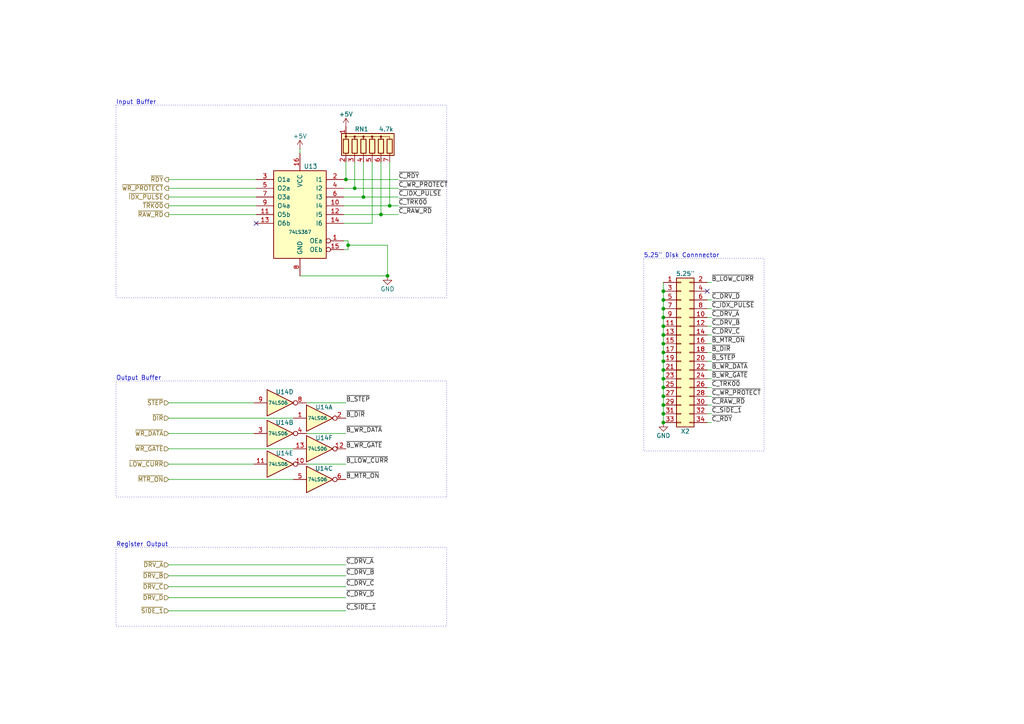
<source format=kicad_sch>
(kicad_sch (version 20250114) (generator "eeschema") (generator_version "9.0")
  (paper "A4")
  (title_block (title "Sorcerer Dream Disk") (date "2025-05-04") (rev "1.1") (company "Marcel Erz (RetroStack), John Halkiadakis, Michael Borthwick (Exidyboy)") (comment 2 "Buffers and connector for Disk Connection") (comment 4 "Disk Connector"))
  (lib_symbols
    (symbol "+5V_5" (power) (pin_numbers (hide yes)) (pin_names (offset 0) (hide yes))
      (property "Value" "+5V" (at 0 3.556 0))
      (symbol "+5V_5_0_1"
        (polyline (pts (xy -0.762 1.27) (xy 0 2.54)))
        (polyline (pts (xy 0 2.54) (xy 0.762 1.27)))
        (polyline (pts (xy 0 0) (xy 0 2.54)))
      )
      (symbol "+5V_5_1_1"
        (pin power_in line (at 0 0 90) (length 0) (name "~") (number "1"))
      )
    )
    (symbol "74xx:74LS06" (pin_names (offset 1.016))
      (property "Reference" "U" (at 0 1.27 0))
      (property "Value" "74LS06" (at 0 -1.27 0))
      (symbol "74LS06_1_0"
        (polyline (pts (xy -3.81 3.81) (xy -3.81 -3.81) (xy 3.81 0) (xy -3.81 3.81)) (stroke (width 0.254)) (fill (type background)))
        (pin input line (at -7.62 0 0) (length 3.81) (name "~") (number "1"))
        (pin open_collector inverted (at 7.62 0 180) (length 3.81) (name "~") (number "2"))
      )
      (symbol "74LS06_2_0"
        (polyline (pts (xy -3.81 3.81) (xy -3.81 -3.81) (xy 3.81 0) (xy -3.81 3.81)) (stroke (width 0.254)) (fill (type background)))
        (pin input line (at -7.62 0 0) (length 3.81) (name "~") (number "3"))
        (pin open_collector inverted (at 7.62 0 180) (length 3.81) (name "~") (number "4"))
      )
      (symbol "74LS06_3_0"
        (polyline (pts (xy -3.81 3.81) (xy -3.81 -3.81) (xy 3.81 0) (xy -3.81 3.81)) (stroke (width 0.254)) (fill (type background)))
        (pin input line (at -7.62 0 0) (length 3.81) (name "~") (number "5"))
        (pin open_collector inverted (at 7.62 0 180) (length 3.81) (name "~") (number "6"))
      )
      (symbol "74LS06_4_0"
        (polyline (pts (xy -3.81 3.81) (xy -3.81 -3.81) (xy 3.81 0) (xy -3.81 3.81)) (stroke (width 0.254)) (fill (type background)))
        (pin input line (at -7.62 0 0) (length 3.81) (name "~") (number "9"))
        (pin open_collector inverted (at 7.62 0 180) (length 3.81) (name "~") (number "8"))
      )
      (symbol "74LS06_5_0"
        (polyline (pts (xy -3.81 3.81) (xy -3.81 -3.81) (xy 3.81 0) (xy -3.81 3.81)) (stroke (width 0.254)) (fill (type background)))
        (pin input line (at -7.62 0 0) (length 3.81) (name "~") (number "11"))
        (pin open_collector inverted (at 7.62 0 180) (length 3.81) (name "~") (number "10"))
      )
      (symbol "74LS06_6_0"
        (polyline (pts (xy -3.81 3.81) (xy -3.81 -3.81) (xy 3.81 0) (xy -3.81 3.81)) (stroke (width 0.254)) (fill (type background)))
        (pin input line (at -7.62 0 0) (length 3.81) (name "~") (number "13"))
        (pin open_collector inverted (at 7.62 0 180) (length 3.81) (name "~") (number "12"))
      )
      (symbol "74LS06_7_0"
        (pin power_in line (at 0 12.7 270) (length 5.08) (name "VCC") (number "14"))
        (pin power_in line (at 0 -12.7 90) (length 5.08) (name "GND") (number "7"))
      )
      (symbol "74LS06_7_1"
        (rectangle (start -5.08 7.62) (end 5.08 -7.62) (stroke (width 0.254)) (fill (type background)))
      )
    )
    (symbol "74xx:74LS367" (pin_names (offset 1.016))
      (property "Reference" "U" (at -7.62 13.97 0))
      (property "Value" "74LS367" (at -7.62 -13.97 0))
      (symbol "74LS367_1_0"
        (pin input line (at -12.7 10.16 0) (length 5.08) (name "I1") (number "2"))
        (pin input line (at -12.7 7.62 0) (length 5.08) (name "I2") (number "4"))
        (pin input line (at -12.7 5.08 0) (length 5.08) (name "I3") (number "6"))
        (pin input line (at -12.7 2.54 0) (length 5.08) (name "I4") (number "10"))
        (pin input line (at -12.7 0 0) (length 5.08) (name "I5") (number "12"))
        (pin input line (at -12.7 -2.54 0) (length 5.08) (name "I6") (number "14"))
        (pin input inverted (at -12.7 -7.62 0) (length 5.08) (name "OEa") (number "1"))
        (pin input inverted (at -12.7 -10.16 0) (length 5.08) (name "OEb") (number "15"))
        (pin power_in line (at 0 17.78 270) (length 5.08) (name "VCC") (number "16"))
        (pin power_in line (at 0 -17.78 90) (length 5.08) (name "GND") (number "8"))
        (pin tri_state line (at 12.7 10.16 180) (length 5.08) (name "O1a") (number "3"))
        (pin tri_state line (at 12.7 7.62 180) (length 5.08) (name "O2a") (number "5"))
        (pin tri_state line (at 12.7 5.08 180) (length 5.08) (name "O3a") (number "7"))
        (pin tri_state line (at 12.7 2.54 180) (length 5.08) (name "O4a") (number "9"))
        (pin tri_state line (at 12.7 0 180) (length 5.08) (name "O5b") (number "11"))
        (pin tri_state line (at 12.7 -2.54 180) (length 5.08) (name "O6b") (number "13"))
      )
      (symbol "74LS367_1_1"
        (rectangle (start -7.62 12.7) (end 7.62 -12.7) (stroke (width 0.254)) (fill (type background)))
      )
    )
    (symbol "Connector_Generic:Conn_02x17_Odd_Even" (pin_names (offset 1.016) (hide yes))
      (property "Reference" "J" (at 1.27 22.86 0))
      (property "Value" "Conn_02x17_Odd_Even" (at 1.27 -22.86 0))
      (symbol "Conn_02x17_Odd_Even_1_1"
        (rectangle (start -1.27 21.59) (end 3.81 -21.59) (stroke (width 0.254)) (fill (type background)))
        (rectangle (start -1.27 20.447) (end 0 20.193) (stroke (width 0.1524)))
        (rectangle (start -1.27 17.907) (end 0 17.653) (stroke (width 0.1524)))
        (rectangle (start -1.27 15.367) (end 0 15.113) (stroke (width 0.1524)))
        (rectangle (start -1.27 12.827) (end 0 12.573) (stroke (width 0.1524)))
        (rectangle (start -1.27 10.287) (end 0 10.033) (stroke (width 0.1524)))
        (rectangle (start -1.27 7.747) (end 0 7.493) (stroke (width 0.1524)))
        (rectangle (start -1.27 5.207) (end 0 4.953) (stroke (width 0.1524)))
        (rectangle (start -1.27 2.667) (end 0 2.413) (stroke (width 0.1524)))
        (rectangle (start -1.27 0.127) (end 0 -0.127) (stroke (width 0.1524)))
        (rectangle (start -1.27 -2.413) (end 0 -2.667) (stroke (width 0.1524)))
        (rectangle (start -1.27 -4.953) (end 0 -5.207) (stroke (width 0.1524)))
        (rectangle (start -1.27 -7.493) (end 0 -7.747) (stroke (width 0.1524)))
        (rectangle (start -1.27 -10.033) (end 0 -10.287) (stroke (width 0.1524)))
        (rectangle (start -1.27 -12.573) (end 0 -12.827) (stroke (width 0.1524)))
        (rectangle (start -1.27 -15.113) (end 0 -15.367) (stroke (width 0.1524)))
        (rectangle (start -1.27 -17.653) (end 0 -17.907) (stroke (width 0.1524)))
        (rectangle (start -1.27 -20.193) (end 0 -20.447) (stroke (width 0.1524)))
        (rectangle (start 3.81 20.447) (end 2.54 20.193) (stroke (width 0.1524)))
        (rectangle (start 3.81 17.907) (end 2.54 17.653) (stroke (width 0.1524)))
        (rectangle (start 3.81 15.367) (end 2.54 15.113) (stroke (width 0.1524)))
        (rectangle (start 3.81 12.827) (end 2.54 12.573) (stroke (width 0.1524)))
        (rectangle (start 3.81 10.287) (end 2.54 10.033) (stroke (width 0.1524)))
        (rectangle (start 3.81 7.747) (end 2.54 7.493) (stroke (width 0.1524)))
        (rectangle (start 3.81 5.207) (end 2.54 4.953) (stroke (width 0.1524)))
        (rectangle (start 3.81 2.667) (end 2.54 2.413) (stroke (width 0.1524)))
        (rectangle (start 3.81 0.127) (end 2.54 -0.127) (stroke (width 0.1524)))
        (rectangle (start 3.81 -2.413) (end 2.54 -2.667) (stroke (width 0.1524)))
        (rectangle (start 3.81 -4.953) (end 2.54 -5.207) (stroke (width 0.1524)))
        (rectangle (start 3.81 -7.493) (end 2.54 -7.747) (stroke (width 0.1524)))
        (rectangle (start 3.81 -10.033) (end 2.54 -10.287) (stroke (width 0.1524)))
        (rectangle (start 3.81 -12.573) (end 2.54 -12.827) (stroke (width 0.1524)))
        (rectangle (start 3.81 -15.113) (end 2.54 -15.367) (stroke (width 0.1524)))
        (rectangle (start 3.81 -17.653) (end 2.54 -17.907) (stroke (width 0.1524)))
        (rectangle (start 3.81 -20.193) (end 2.54 -20.447) (stroke (width 0.1524)))
        (pin passive line (at -5.08 20.32 0) (length 3.81) (name "Pin_1") (number "1"))
        (pin passive line (at -5.08 17.78 0) (length 3.81) (name "Pin_3") (number "3"))
        (pin passive line (at -5.08 15.24 0) (length 3.81) (name "Pin_5") (number "5"))
        (pin passive line (at -5.08 12.7 0) (length 3.81) (name "Pin_7") (number "7"))
        (pin passive line (at -5.08 10.16 0) (length 3.81) (name "Pin_9") (number "9"))
        (pin passive line (at -5.08 7.62 0) (length 3.81) (name "Pin_11") (number "11"))
        (pin passive line (at -5.08 5.08 0) (length 3.81) (name "Pin_13") (number "13"))
        (pin passive line (at -5.08 2.54 0) (length 3.81) (name "Pin_15") (number "15"))
        (pin passive line (at -5.08 0 0) (length 3.81) (name "Pin_17") (number "17"))
        (pin passive line (at -5.08 -2.54 0) (length 3.81) (name "Pin_19") (number "19"))
        (pin passive line (at -5.08 -5.08 0) (length 3.81) (name "Pin_21") (number "21"))
        (pin passive line (at -5.08 -7.62 0) (length 3.81) (name "Pin_23") (number "23"))
        (pin passive line (at -5.08 -10.16 0) (length 3.81) (name "Pin_25") (number "25"))
        (pin passive line (at -5.08 -12.7 0) (length 3.81) (name "Pin_27") (number "27"))
        (pin passive line (at -5.08 -15.24 0) (length 3.81) (name "Pin_29") (number "29"))
        (pin passive line (at -5.08 -17.78 0) (length 3.81) (name "Pin_31") (number "31"))
        (pin passive line (at -5.08 -20.32 0) (length 3.81) (name "Pin_33") (number "33"))
        (pin passive line (at 7.62 20.32 180) (length 3.81) (name "Pin_2") (number "2"))
        (pin passive line (at 7.62 17.78 180) (length 3.81) (name "Pin_4") (number "4"))
        (pin passive line (at 7.62 15.24 180) (length 3.81) (name "Pin_6") (number "6"))
        (pin passive line (at 7.62 12.7 180) (length 3.81) (name "Pin_8") (number "8"))
        (pin passive line (at 7.62 10.16 180) (length 3.81) (name "Pin_10") (number "10"))
        (pin passive line (at 7.62 7.62 180) (length 3.81) (name "Pin_12") (number "12"))
        (pin passive line (at 7.62 5.08 180) (length 3.81) (name "Pin_14") (number "14"))
        (pin passive line (at 7.62 2.54 180) (length 3.81) (name "Pin_16") (number "16"))
        (pin passive line (at 7.62 0 180) (length 3.81) (name "Pin_18") (number "18"))
        (pin passive line (at 7.62 -2.54 180) (length 3.81) (name "Pin_20") (number "20"))
        (pin passive line (at 7.62 -5.08 180) (length 3.81) (name "Pin_22") (number "22"))
        (pin passive line (at 7.62 -7.62 180) (length 3.81) (name "Pin_24") (number "24"))
        (pin passive line (at 7.62 -10.16 180) (length 3.81) (name "Pin_26") (number "26"))
        (pin passive line (at 7.62 -12.7 180) (length 3.81) (name "Pin_28") (number "28"))
        (pin passive line (at 7.62 -15.24 180) (length 3.81) (name "Pin_30") (number "30"))
        (pin passive line (at 7.62 -17.78 180) (length 3.81) (name "Pin_32") (number "32"))
        (pin passive line (at 7.62 -20.32 180) (length 3.81) (name "Pin_34") (number "34"))
      )
    )
    (symbol "Device:R_Network06" (pin_names (offset 0) (hide yes))
      (property "Reference" "RN" (at -10.16 0 90))
      (property "Value" "R_Network06" (at 7.62 0 90))
      (symbol "R_Network06_0_1"
        (rectangle (start -8.89 -3.175) (end 6.35 3.175) (stroke (width 0.254)) (fill (type background)))
        (rectangle (start -8.382 1.524) (end -6.858 -2.54) (stroke (width 0.254)))
        (circle (center -7.62 2.286) (radius 0.254) (fill (type outline)))
        (polyline (pts (xy -7.62 1.524) (xy -7.62 2.286) (xy -5.08 2.286) (xy -5.08 1.524)))
        (polyline (pts (xy -7.62 -2.54) (xy -7.62 -3.81)))
        (rectangle (start -5.842 1.524) (end -4.318 -2.54) (stroke (width 0.254)))
        (circle (center -5.08 2.286) (radius 0.254) (fill (type outline)))
        (polyline (pts (xy -5.08 1.524) (xy -5.08 2.286) (xy -2.54 2.286) (xy -2.54 1.524)))
        (polyline (pts (xy -5.08 -2.54) (xy -5.08 -3.81)))
        (rectangle (start -3.302 1.524) (end -1.778 -2.54) (stroke (width 0.254)))
        (circle (center -2.54 2.286) (radius 0.254) (fill (type outline)))
        (polyline (pts (xy -2.54 1.524) (xy -2.54 2.286) (xy 0 2.286) (xy 0 1.524)))
        (polyline (pts (xy -2.54 -2.54) (xy -2.54 -3.81)))
        (rectangle (start -0.762 1.524) (end 0.762 -2.54) (stroke (width 0.254)))
        (circle (center 0 2.286) (radius 0.254) (fill (type outline)))
        (polyline (pts (xy 0 1.524) (xy 0 2.286) (xy 2.54 2.286) (xy 2.54 1.524)))
        (polyline (pts (xy 0 -2.54) (xy 0 -3.81)))
        (rectangle (start 1.778 1.524) (end 3.302 -2.54) (stroke (width 0.254)))
        (circle (center 2.54 2.286) (radius 0.254) (fill (type outline)))
        (polyline (pts (xy 2.54 1.524) (xy 2.54 2.286) (xy 5.08 2.286) (xy 5.08 1.524)))
        (polyline (pts (xy 2.54 -2.54) (xy 2.54 -3.81)))
        (rectangle (start 4.318 1.524) (end 5.842 -2.54) (stroke (width 0.254)))
        (polyline (pts (xy 5.08 -2.54) (xy 5.08 -3.81)))
      )
      (symbol "R_Network06_1_1"
        (pin passive line (at -7.62 5.08 270) (length 2.54) (name "common") (number "1"))
        (pin passive line (at -7.62 -5.08 90) (length 1.27) (name "R1") (number "2"))
        (pin passive line (at -5.08 -5.08 90) (length 1.27) (name "R2") (number "3"))
        (pin passive line (at -2.54 -5.08 90) (length 1.27) (name "R3") (number "4"))
        (pin passive line (at 0 -5.08 90) (length 1.27) (name "R4") (number "5"))
        (pin passive line (at 2.54 -5.08 90) (length 1.27) (name "R5") (number "6"))
        (pin passive line (at 5.08 -5.08 90) (length 1.27) (name "R6") (number "7"))
      )
    )
    (symbol "GND_1" (power) (pin_numbers (hide yes)) (pin_names (offset 0) (hide yes))
      (property "Value" "GND" (at 0 -3.81 0))
      (symbol "GND_1_0_1"
        (polyline (pts (xy 0 0) (xy 0 -1.27) (xy 1.27 -1.27) (xy 0 -2.54) (xy -1.27 -1.27) (xy 0 -1.27)))
      )
      (symbol "GND_1_1_1"
        (pin power_in line (at 0 0 270) (length 0) (name "~") (number "1"))
      )
    )
  )
  (rectangle (start 33.655 110.49) (end 129.54 144.145) (stroke (width 0) (type dot)))
  (rectangle (start 186.69 74.93) (end 221.615 130.81) (stroke (width 0) (type dot)))
  (rectangle (start 33.655 158.75) (end 129.54 181.61) (stroke (width 0) (type dot)))
  (rectangle (start 33.655 30.48) (end 129.54 86.36) (stroke (width 0) (type dot)))
  (text "Register Output" (at 33.655 158.75 0) (effects (font (size 1.27 1.27)) (justify left bottom)))
  (text "5.25\" Disk Connnector" (at 186.69 74.93 0) (effects (font (size 1.27 1.27)) (justify left bottom)))
  (text "Input Buffer" (at 33.655 30.48 0) (effects (font (size 1.27 1.27)) (justify left bottom)))
  (text "Output Buffer" (at 33.655 110.49 0) (effects (font (size 1.27 1.27)) (justify left bottom)))
  (junction (at 192.405 84.455))
  (junction (at 192.405 114.935))
  (junction (at 192.405 99.695))
  (junction (at 192.405 89.535))
  (junction (at 113.03 59.69))
  (junction (at 192.405 97.155))
  (junction (at 192.405 117.475))
  (junction (at 100.965 71.12))
  (junction (at 192.405 94.615))
  (junction (at 112.395 80.01))
  (junction (at 192.405 120.015))
  (junction (at 192.405 104.775))
  (junction (at 192.405 122.555))
  (junction (at 100.33 52.07))
  (junction (at 105.41 57.15))
  (junction (at 102.87 54.61))
  (junction (at 192.405 112.395))
  (junction (at 192.405 109.855))
  (junction (at 192.405 107.315))
  (junction (at 192.405 86.995))
  (junction (at 110.49 62.23))
  (junction (at 192.405 92.075))
  (junction (at 192.405 102.235))
  (no_connect (at 205.105 84.455))
  (no_connect (at 74.295 64.77))
  (wire (pts (xy 192.405 112.395) (xy 192.405 114.935)))
  (wire (pts (xy 192.405 92.075) (xy 192.405 94.615)))
  (wire (pts (xy 206.375 104.775) (xy 205.105 104.775)))
  (wire (pts (xy 110.49 46.99) (xy 110.49 62.23)))
  (wire (pts (xy 48.895 173.355) (xy 100.33 173.355)))
  (wire (pts (xy 99.695 52.07) (xy 100.33 52.07)))
  (wire (pts (xy 48.895 163.83) (xy 100.33 163.83)))
  (wire (pts (xy 206.375 99.695) (xy 205.105 99.695)))
  (wire (pts (xy 192.405 117.475) (xy 192.405 120.015)))
  (wire (pts (xy 48.895 167.005) (xy 100.33 167.005)))
  (wire (pts (xy 99.695 57.15) (xy 105.41 57.15)))
  (wire (pts (xy 206.375 120.015) (xy 205.105 120.015)))
  (wire (pts (xy 48.895 57.15) (xy 74.295 57.15)))
  (wire (pts (xy 48.895 170.18) (xy 100.33 170.18)))
  (wire (pts (xy 48.895 59.69) (xy 74.295 59.69)))
  (wire (pts (xy 48.895 116.84) (xy 73.66 116.84)))
  (wire (pts (xy 110.49 62.23) (xy 115.57 62.23)))
  (wire (pts (xy 48.895 54.61) (xy 74.295 54.61)))
  (wire (pts (xy 112.395 71.12) (xy 112.395 80.01)))
  (wire (pts (xy 99.695 69.85) (xy 100.965 69.85)))
  (wire (pts (xy 192.405 114.935) (xy 192.405 117.475)))
  (wire (pts (xy 206.375 92.075) (xy 205.105 92.075)))
  (wire (pts (xy 206.375 122.555) (xy 205.105 122.555)))
  (wire (pts (xy 192.405 102.235) (xy 192.405 104.775)))
  (wire (pts (xy 100.965 69.85) (xy 100.965 71.12)))
  (wire (pts (xy 48.895 52.07) (xy 74.295 52.07)))
  (wire (pts (xy 206.375 94.615) (xy 205.105 94.615)))
  (wire (pts (xy 100.965 72.39) (xy 99.695 72.39)))
  (wire (pts (xy 48.895 130.175) (xy 85.09 130.175)))
  (wire (pts (xy 192.405 84.455) (xy 192.405 86.995)))
  (wire (pts (xy 206.375 107.315) (xy 205.105 107.315)))
  (wire (pts (xy 206.375 117.475) (xy 205.105 117.475)))
  (wire (pts (xy 99.695 62.23) (xy 110.49 62.23)))
  (wire (pts (xy 206.375 86.995) (xy 205.105 86.995)))
  (wire (pts (xy 48.895 177.165) (xy 100.33 177.165)))
  (wire (pts (xy 86.995 80.01) (xy 112.395 80.01)))
  (wire (pts (xy 100.33 46.99) (xy 100.33 52.07)))
  (wire (pts (xy 192.405 81.915) (xy 192.405 84.455)))
  (wire (pts (xy 206.375 89.535) (xy 205.105 89.535)))
  (wire (pts (xy 86.995 44.45) (xy 86.995 43.18)))
  (wire (pts (xy 99.695 59.69) (xy 113.03 59.69)))
  (wire (pts (xy 206.375 102.235) (xy 205.105 102.235)))
  (wire (pts (xy 206.375 109.855) (xy 205.105 109.855)))
  (wire (pts (xy 48.895 121.285) (xy 85.09 121.285)))
  (wire (pts (xy 100.33 125.73) (xy 88.9 125.73)))
  (wire (pts (xy 192.405 109.855) (xy 192.405 112.395)))
  (wire (pts (xy 99.695 64.77) (xy 107.95 64.77)))
  (wire (pts (xy 192.405 97.155) (xy 192.405 99.695)))
  (wire (pts (xy 100.33 134.62) (xy 88.9 134.62)))
  (wire (pts (xy 206.375 114.935) (xy 205.105 114.935)))
  (wire (pts (xy 192.405 104.775) (xy 192.405 107.315)))
  (wire (pts (xy 206.375 97.155) (xy 205.105 97.155)))
  (wire (pts (xy 99.695 54.61) (xy 102.87 54.61)))
  (wire (pts (xy 105.41 46.99) (xy 105.41 57.15)))
  (wire (pts (xy 100.33 52.07) (xy 115.57 52.07)))
  (wire (pts (xy 100.965 71.12) (xy 100.965 72.39)))
  (wire (pts (xy 105.41 57.15) (xy 115.57 57.15)))
  (wire (pts (xy 113.03 59.69) (xy 115.57 59.69)))
  (wire (pts (xy 192.405 94.615) (xy 192.405 97.155)))
  (wire (pts (xy 48.895 125.73) (xy 73.66 125.73)))
  (wire (pts (xy 100.33 116.84) (xy 88.9 116.84)))
  (wire (pts (xy 113.03 46.99) (xy 113.03 59.69)))
  (wire (pts (xy 206.375 81.915) (xy 205.105 81.915)))
  (wire (pts (xy 206.375 112.395) (xy 205.105 112.395)))
  (wire (pts (xy 102.87 54.61) (xy 115.57 54.61)))
  (wire (pts (xy 102.87 46.99) (xy 102.87 54.61)))
  (wire (pts (xy 192.405 107.315) (xy 192.405 109.855)))
  (wire (pts (xy 192.405 86.995) (xy 192.405 89.535)))
  (wire (pts (xy 192.405 99.695) (xy 192.405 102.235)))
  (wire (pts (xy 48.895 139.065) (xy 85.09 139.065)))
  (wire (pts (xy 48.895 62.23) (xy 74.295 62.23)))
  (wire (pts (xy 100.965 71.12) (xy 112.395 71.12)))
  (wire (pts (xy 107.95 46.99) (xy 107.95 64.77)))
  (wire (pts (xy 192.405 89.535) (xy 192.405 92.075)))
  (wire (pts (xy 192.405 120.015) (xy 192.405 122.555)))
  (wire (pts (xy 48.895 134.62) (xy 73.66 134.62)))
  (label "~{C_RAW_RD}" (at 206.375 117.475 0))
  (label "~{C_IDX_PULSE}" (at 115.57 57.15 0))
  (label "~{B_DIR}" (at 100.33 121.285 0))
  (label "~{C_DRV_D}" (at 100.33 173.355 0))
  (label "~{B_WR_GATE}" (at 206.375 109.855 0))
  (label "~{B_WR_DATA}" (at 100.33 125.73 0))
  (label "~{B_WR_DATA}" (at 206.375 107.315 0))
  (label "~{B_WR_GATE}" (at 100.33 130.175 0))
  (label "~{C_SIDE_1}" (at 206.375 120.015 0))
  (label "~{C_DRV_B}" (at 206.375 94.615 0))
  (label "~{C_DRV_A}" (at 100.33 163.83 0))
  (label "~{C_DRV_C}" (at 206.375 97.155 0))
  (label "~{C_SIDE_1}" (at 100.33 177.165 0))
  (label "~{C_RAW_RD}" (at 115.57 62.23 0))
  (label "~{B_MTR_ON}" (at 206.375 99.695 0))
  (label "~{C_DRV_A}" (at 206.375 92.075 0))
  (label "~{C_TRK00}" (at 206.375 112.395 0))
  (label "~{C_RDY}" (at 115.57 52.07 0))
  (label "~{C_TRK00}" (at 115.57 59.69 0))
  (label "~{B_LOW_CURR}" (at 206.375 81.915 0))
  (label "~{C_WR_PROTECT}" (at 206.375 114.935 0))
  (label "~{B_LOW_CURR}" (at 100.33 134.62 0))
  (label "~{B_DIR}" (at 206.375 102.235 0))
  (label "~{C_IDX_PULSE}" (at 206.375 89.535 0))
  (label "~{C_RDY}" (at 206.375 122.555 0))
  (label "~{B_MTR_ON}" (at 100.33 139.065 0))
  (label "~{C_DRV_C}" (at 100.33 170.18 0))
  (label "~{B_STEP}" (at 100.33 116.84 0))
  (label "~{C_DRV_B}" (at 100.33 167.005 0))
  (label "~{C_WR_PROTECT}" (at 115.57 54.61 0))
  (label "~{B_STEP}" (at 206.375 104.775 0))
  (label "~{C_DRV_D}" (at 206.375 86.995 0))
  (hierarchical_label "~{SIDE_1}" (shape input) (at 48.895 177.165 180))
  (hierarchical_label "~{DRV_C}" (shape input) (at 48.895 170.18 180))
  (hierarchical_label "~{IDX_PULSE}" (shape output) (at 48.895 57.15 180))
  (hierarchical_label "~{WR_DATA}" (shape input) (at 48.895 125.73 180))
  (hierarchical_label "~{DIR}" (shape input) (at 48.895 121.285 180))
  (hierarchical_label "~{MTR_ON}" (shape input) (at 48.895 139.065 180))
  (hierarchical_label "~{STEP}" (shape input) (at 48.895 116.84 180))
  (hierarchical_label "~{WR_GATE}" (shape input) (at 48.895 130.175 180))
  (hierarchical_label "~{DRV_A}" (shape input) (at 48.895 163.83 180))
  (hierarchical_label "~{DRV_D}" (shape input) (at 48.895 173.355 180))
  (hierarchical_label "~{RAW_RD}" (shape output) (at 48.895 62.23 180))
  (hierarchical_label "~{TRK00}" (shape output) (at 48.895 59.69 180))
  (hierarchical_label "~{WR_PROTECT}" (shape output) (at 48.895 54.61 180))
  (hierarchical_label "~{DRV_B}" (shape input) (at 48.895 167.005 180))
  (hierarchical_label "~{RDY}" (shape output) (at 48.895 52.07 180))
  (hierarchical_label "~{LOW_CURR}" (shape input) (at 48.895 134.62 180))
  (symbol (lib_id "74xx:74LS06") (at 92.71 139.065 0) (unit 3)
    (property "Reference" "U14" (at 93.98 135.89 0))
    (property "Value" "74LS06" (at 92.075 139.065 0) (effects (font (size 1 1))))
    (property "Footprint" "Package_DIP:DIP-14_W7.62mm" (effects (hide yes)))
    (property "Datasheet" "http://www.ti.com/lit/gpn/sn74LS06" (effects (hide yes)))
  )
  (symbol (lib_id "74xx:74LS06") (at 81.28 134.62 0) (unit 5)
    (property "Reference" "U14" (at 82.55 131.445 0))
    (property "Value" "74LS06" (at 80.645 134.62 0) (effects (font (size 1 1))))
    (property "Footprint" "Package_DIP:DIP-14_W7.62mm" (effects (hide yes)))
    (property "Datasheet" "http://www.ti.com/lit/gpn/sn74LS06" (effects (hide yes)))
  )
  (symbol (lib_name "+5V_5") (lib_id "power:+5V") (at 100.33 36.83 0) (unit 1)
    (property "Reference" "#PWR024" (effects (hide yes)))
    (property "Value" "+5V" (at 100.33 33.147 0))
    (property "Description" "Power symbol creates a global label with name \"+5V\"" (effects (hide yes)))
  )
  (symbol (lib_name "GND_1") (lib_id "power:GND") (at 192.405 122.555 0) (unit 1)
    (property "Reference" "#PWR017" (effects (hide yes)))
    (property "Value" "GND" (at 192.405 126.365 0))
    (property "Description" "Power symbol creates a global label with name \"GND\" , ground" (effects (hide yes)))
  )
  (symbol (lib_id "Connector_Generic:Conn_02x17_Odd_Even") (at 197.485 102.235 0) (unit 1)
    (property "Reference" "X2" (at 198.755 125.095 0))
    (property "Value" "5.25\"" (at 198.755 79.375 0))
    (property "Footprint" "Connector_IDC:IDC-Header_2x17_P2.54mm_Vertical" (effects (hide yes)))
  )
  (symbol (lib_name "+5V_5") (lib_id "power:+5V") (at 86.995 43.18 0) (unit 1)
    (property "Reference" "#PWR09" (effects (hide yes)))
    (property "Value" "+5V" (at 86.995 39.497 0))
    (property "Description" "Power symbol creates a global label with name \"+5V\"" (effects (hide yes)))
  )
  (symbol (lib_id "74xx:74LS06") (at 92.71 130.175 0) (unit 6)
    (property "Reference" "U14" (at 93.98 127 0))
    (property "Value" "74LS06" (at 92.075 130.175 0) (effects (font (size 1 1))))
    (property "Footprint" "Package_DIP:DIP-14_W7.62mm" (effects (hide yes)))
    (property "Datasheet" "http://www.ti.com/lit/gpn/sn74LS06" (effects (hide yes)))
  )
  (symbol (lib_name "GND_1") (lib_id "power:GND") (at 112.395 80.01 0) (unit 1)
    (property "Reference" "#PWR025" (effects (hide yes)))
    (property "Value" "GND" (at 112.395 83.82 0))
    (property "Description" "Power symbol creates a global label with name \"GND\" , ground" (effects (hide yes)))
  )
  (symbol (lib_id "74xx:74LS06") (at 81.28 116.84 0) (unit 4)
    (property "Reference" "U14" (at 82.55 113.665 0))
    (property "Value" "74LS06" (at 80.645 116.84 0) (effects (font (size 1 1))))
    (property "Footprint" "Package_DIP:DIP-14_W7.62mm" (effects (hide yes)))
    (property "Datasheet" "http://www.ti.com/lit/gpn/sn74LS06" (effects (hide yes)))
  )
  (symbol (lib_id "74xx:74LS06") (at 81.28 125.73 0) (unit 2)
    (property "Reference" "U14" (at 82.55 122.555 0))
    (property "Value" "74LS06" (at 80.645 125.73 0) (effects (font (size 1 1))))
    (property "Footprint" "Package_DIP:DIP-14_W7.62mm" (effects (hide yes)))
    (property "Datasheet" "http://www.ti.com/lit/gpn/sn74LS06" (effects (hide yes)))
  )
  (symbol (lib_id "74xx:74LS367") (at 86.995 62.23 0) (mirror y) (unit 1)
    (property "Reference" "U13" (at 92.075 48.26 0) (effects (justify left)))
    (property "Value" "74LS367" (at 86.995 67.31 0) (effects (font (size 1 1))))
    (property "Footprint" "Package_DIP:DIP-16_W7.62mm" (effects (hide yes)))
    (property "Datasheet" "http://www.ti.com/lit/gpn/sn74LS367" (effects (hide yes)))
  )
  (symbol (lib_id "74xx:74LS06") (at 92.71 121.285 0) (unit 1)
    (property "Reference" "U14" (at 93.98 118.11 0))
    (property "Value" "74LS06" (at 92.075 121.285 0) (effects (font (size 1 1))))
    (property "Footprint" "Package_DIP:DIP-14_W7.62mm" (effects (hide yes)))
    (property "Datasheet" "http://www.ti.com/lit/gpn/sn74LS06" (effects (hide yes)))
  )
  (symbol (lib_id "Device:R_Network06") (at 107.95 41.91 0) (unit 1)
    (property "Reference" "RN1" (at 102.87 37.465 0) (effects (justify left)))
    (property "Value" "4.7k" (at 109.855 37.465 0) (effects (justify left)))
    (property "Footprint" "Resistor_THT:R_Array_SIP7" (effects (hide yes)))
    (property "Datasheet" "http://www.vishay.com/docs/31509/csc.pdf" (effects (hide yes)))
  )
)
</source>
